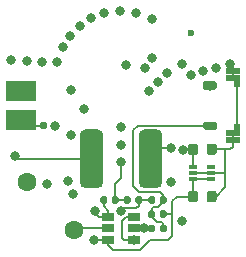
<source format=gbl>
%TF.GenerationSoftware,KiCad,Pcbnew,5.1.7-a382d34a8~87~ubuntu20.04.1*%
%TF.CreationDate,2020-10-26T14:53:32+05:00*%
%TF.ProjectId,OneRing,4f6e6552-696e-4672-9e6b-696361645f70,rev?*%
%TF.SameCoordinates,Original*%
%TF.FileFunction,Copper,L4,Bot*%
%TF.FilePolarity,Positive*%
%FSLAX46Y46*%
G04 Gerber Fmt 4.6, Leading zero omitted, Abs format (unit mm)*
G04 Created by KiCad (PCBNEW 5.1.7-a382d34a8~87~ubuntu20.04.1) date 2020-10-26 14:53:32*
%MOMM*%
%LPD*%
G01*
G04 APERTURE LIST*
%TA.AperFunction,ComponentPad*%
%ADD10C,1.600000*%
%TD*%
%TA.AperFunction,SMDPad,CuDef*%
%ADD11R,0.700000X0.300000*%
%TD*%
%TA.AperFunction,ComponentPad*%
%ADD12C,0.600000*%
%TD*%
%TA.AperFunction,SMDPad,CuDef*%
%ADD13R,2.500000X1.800000*%
%TD*%
%TA.AperFunction,SMDPad,CuDef*%
%ADD14R,1.300000X0.600000*%
%TD*%
%TA.AperFunction,SMDPad,CuDef*%
%ADD15R,0.600000X1.100000*%
%TD*%
%TA.AperFunction,SMDPad,CuDef*%
%ADD16R,1.060000X0.650000*%
%TD*%
%TA.AperFunction,ViaPad*%
%ADD17C,0.800000*%
%TD*%
%TA.AperFunction,Conductor*%
%ADD18C,0.200000*%
%TD*%
G04 APERTURE END LIST*
D10*
%TO.P,J2,1*%
%TO.N,VAA*%
X157000000Y-109000000D03*
%TD*%
%TO.P,J3,1*%
%TO.N,GND*%
X161000000Y-113000000D03*
%TD*%
D11*
%TO.P,U4,1*%
%TO.N,/V_BAT_PROT*%
X171100000Y-108700000D03*
%TO.P,U4,3*%
%TO.N,+3V3*%
X171100000Y-107700000D03*
%TO.P,U4,6*%
%TO.N,/V_BAT_PROT*%
X172600000Y-108700000D03*
%TO.P,U4,2*%
%TO.N,GND*%
X171100000Y-108200000D03*
%TO.P,U4,4*%
%TO.N,Net-(U4-Pad4)*%
X172600000Y-107700000D03*
%TO.P,U4,5*%
%TO.N,GND*%
X172600000Y-108200000D03*
%TD*%
D12*
%TO.P,AE1,2*%
%TO.N,GND*%
X170903180Y-96337342D03*
%TD*%
%TO.P,BT1,1*%
%TO.N,+BATT*%
%TA.AperFunction,SMDPad,CuDef*%
G36*
G01*
X161500000Y-109000000D02*
X161500000Y-105000000D01*
G75*
G02*
X162000000Y-104500000I500000J0D01*
G01*
X163000000Y-104500000D01*
G75*
G02*
X163500000Y-105000000I0J-500000D01*
G01*
X163500000Y-109000000D01*
G75*
G02*
X163000000Y-109500000I-500000J0D01*
G01*
X162000000Y-109500000D01*
G75*
G02*
X161500000Y-109000000I0J500000D01*
G01*
G37*
%TD.AperFunction*%
%TO.P,BT1,2*%
%TO.N,GND*%
%TA.AperFunction,SMDPad,CuDef*%
G36*
G01*
X166500000Y-109000000D02*
X166500000Y-105000000D01*
G75*
G02*
X167000000Y-104500000I500000J0D01*
G01*
X168000000Y-104500000D01*
G75*
G02*
X168500000Y-105000000I0J-500000D01*
G01*
X168500000Y-109000000D01*
G75*
G02*
X168000000Y-109500000I-500000J0D01*
G01*
X167000000Y-109500000D01*
G75*
G02*
X166500000Y-109000000I0J500000D01*
G01*
G37*
%TD.AperFunction*%
%TD*%
%TO.P,C13,2*%
%TO.N,GND*%
%TA.AperFunction,SMDPad,CuDef*%
G36*
G01*
X165825000Y-110327500D02*
X165825000Y-110672500D01*
G75*
G02*
X165677500Y-110820000I-147500J0D01*
G01*
X165382500Y-110820000D01*
G75*
G02*
X165235000Y-110672500I0J147500D01*
G01*
X165235000Y-110327500D01*
G75*
G02*
X165382500Y-110180000I147500J0D01*
G01*
X165677500Y-110180000D01*
G75*
G02*
X165825000Y-110327500I0J-147500D01*
G01*
G37*
%TD.AperFunction*%
%TO.P,C13,1*%
%TO.N,/NRF_BTN*%
%TA.AperFunction,SMDPad,CuDef*%
G36*
G01*
X166795000Y-110327500D02*
X166795000Y-110672500D01*
G75*
G02*
X166647500Y-110820000I-147500J0D01*
G01*
X166352500Y-110820000D01*
G75*
G02*
X166205000Y-110672500I0J147500D01*
G01*
X166205000Y-110327500D01*
G75*
G02*
X166352500Y-110180000I147500J0D01*
G01*
X166647500Y-110180000D01*
G75*
G02*
X166795000Y-110327500I0J-147500D01*
G01*
G37*
%TD.AperFunction*%
%TD*%
%TO.P,C14,2*%
%TO.N,/V_BAT_PROT*%
%TA.AperFunction,SMDPad,CuDef*%
G36*
G01*
X171537500Y-109943750D02*
X171537500Y-110456250D01*
G75*
G02*
X171318750Y-110675000I-218750J0D01*
G01*
X170881250Y-110675000D01*
G75*
G02*
X170662500Y-110456250I0J218750D01*
G01*
X170662500Y-109943750D01*
G75*
G02*
X170881250Y-109725000I218750J0D01*
G01*
X171318750Y-109725000D01*
G75*
G02*
X171537500Y-109943750I0J-218750D01*
G01*
G37*
%TD.AperFunction*%
%TO.P,C14,1*%
%TO.N,GND*%
%TA.AperFunction,SMDPad,CuDef*%
G36*
G01*
X173112500Y-109943750D02*
X173112500Y-110456250D01*
G75*
G02*
X172893750Y-110675000I-218750J0D01*
G01*
X172456250Y-110675000D01*
G75*
G02*
X172237500Y-110456250I0J218750D01*
G01*
X172237500Y-109943750D01*
G75*
G02*
X172456250Y-109725000I218750J0D01*
G01*
X172893750Y-109725000D01*
G75*
G02*
X173112500Y-109943750I0J-218750D01*
G01*
G37*
%TD.AperFunction*%
%TD*%
%TO.P,C15,1*%
%TO.N,GND*%
%TA.AperFunction,SMDPad,CuDef*%
G36*
G01*
X173112500Y-105943750D02*
X173112500Y-106456250D01*
G75*
G02*
X172893750Y-106675000I-218750J0D01*
G01*
X172456250Y-106675000D01*
G75*
G02*
X172237500Y-106456250I0J218750D01*
G01*
X172237500Y-105943750D01*
G75*
G02*
X172456250Y-105725000I218750J0D01*
G01*
X172893750Y-105725000D01*
G75*
G02*
X173112500Y-105943750I0J-218750D01*
G01*
G37*
%TD.AperFunction*%
%TO.P,C15,2*%
%TO.N,+3V3*%
%TA.AperFunction,SMDPad,CuDef*%
G36*
G01*
X171537500Y-105943750D02*
X171537500Y-106456250D01*
G75*
G02*
X171318750Y-106675000I-218750J0D01*
G01*
X170881250Y-106675000D01*
G75*
G02*
X170662500Y-106456250I0J218750D01*
G01*
X170662500Y-105943750D01*
G75*
G02*
X170881250Y-105725000I218750J0D01*
G01*
X171318750Y-105725000D01*
G75*
G02*
X171537500Y-105943750I0J-218750D01*
G01*
G37*
%TD.AperFunction*%
%TD*%
%TO.P,D1,2*%
%TO.N,/VDC_IN*%
%TA.AperFunction,SMDPad,CuDef*%
G36*
G01*
X158710000Y-104027500D02*
X158710000Y-104372500D01*
G75*
G02*
X158562500Y-104520000I-147500J0D01*
G01*
X158267500Y-104520000D01*
G75*
G02*
X158120000Y-104372500I0J147500D01*
G01*
X158120000Y-104027500D01*
G75*
G02*
X158267500Y-103880000I147500J0D01*
G01*
X158562500Y-103880000D01*
G75*
G02*
X158710000Y-104027500I0J-147500D01*
G01*
G37*
%TD.AperFunction*%
%TO.P,D1,1*%
%TO.N,VDC*%
%TA.AperFunction,SMDPad,CuDef*%
G36*
G01*
X159680000Y-104027500D02*
X159680000Y-104372500D01*
G75*
G02*
X159532500Y-104520000I-147500J0D01*
G01*
X159237500Y-104520000D01*
G75*
G02*
X159090000Y-104372500I0J147500D01*
G01*
X159090000Y-104027500D01*
G75*
G02*
X159237500Y-103880000I147500J0D01*
G01*
X159532500Y-103880000D01*
G75*
G02*
X159680000Y-104027500I0J-147500D01*
G01*
G37*
%TD.AperFunction*%
%TD*%
%TO.P,D2,1*%
%TO.N,/V_BAT_PROT*%
%TA.AperFunction,SMDPad,CuDef*%
G36*
G01*
X168865000Y-111527500D02*
X168865000Y-111872500D01*
G75*
G02*
X168717500Y-112020000I-147500J0D01*
G01*
X168422500Y-112020000D01*
G75*
G02*
X168275000Y-111872500I0J147500D01*
G01*
X168275000Y-111527500D01*
G75*
G02*
X168422500Y-111380000I147500J0D01*
G01*
X168717500Y-111380000D01*
G75*
G02*
X168865000Y-111527500I0J-147500D01*
G01*
G37*
%TD.AperFunction*%
%TO.P,D2,2*%
%TO.N,Net-(D2-Pad2)*%
%TA.AperFunction,SMDPad,CuDef*%
G36*
G01*
X167895000Y-111527500D02*
X167895000Y-111872500D01*
G75*
G02*
X167747500Y-112020000I-147500J0D01*
G01*
X167452500Y-112020000D01*
G75*
G02*
X167305000Y-111872500I0J147500D01*
G01*
X167305000Y-111527500D01*
G75*
G02*
X167452500Y-111380000I147500J0D01*
G01*
X167747500Y-111380000D01*
G75*
G02*
X167895000Y-111527500I0J-147500D01*
G01*
G37*
%TD.AperFunction*%
%TD*%
D13*
%TO.P,J1,1*%
%TO.N,/VDC_IN*%
X156500000Y-103750000D03*
%TO.P,J1,2*%
%TO.N,GND*%
X156500000Y-101250000D03*
%TD*%
%TO.P,R1,1*%
%TO.N,GND*%
%TA.AperFunction,SMDPad,CuDef*%
G36*
G01*
X164795000Y-110327500D02*
X164795000Y-110672500D01*
G75*
G02*
X164647500Y-110820000I-147500J0D01*
G01*
X164352500Y-110820000D01*
G75*
G02*
X164205000Y-110672500I0J147500D01*
G01*
X164205000Y-110327500D01*
G75*
G02*
X164352500Y-110180000I147500J0D01*
G01*
X164647500Y-110180000D01*
G75*
G02*
X164795000Y-110327500I0J-147500D01*
G01*
G37*
%TD.AperFunction*%
%TO.P,R1,2*%
%TO.N,/NRF_PWR*%
%TA.AperFunction,SMDPad,CuDef*%
G36*
G01*
X163825000Y-110327500D02*
X163825000Y-110672500D01*
G75*
G02*
X163677500Y-110820000I-147500J0D01*
G01*
X163382500Y-110820000D01*
G75*
G02*
X163235000Y-110672500I0J147500D01*
G01*
X163235000Y-110327500D01*
G75*
G02*
X163382500Y-110180000I147500J0D01*
G01*
X163677500Y-110180000D01*
G75*
G02*
X163825000Y-110327500I0J-147500D01*
G01*
G37*
%TD.AperFunction*%
%TD*%
%TO.P,R2,2*%
%TO.N,GND*%
%TA.AperFunction,SMDPad,CuDef*%
G36*
G01*
X167895000Y-112727500D02*
X167895000Y-113072500D01*
G75*
G02*
X167747500Y-113220000I-147500J0D01*
G01*
X167452500Y-113220000D01*
G75*
G02*
X167305000Y-113072500I0J147500D01*
G01*
X167305000Y-112727500D01*
G75*
G02*
X167452500Y-112580000I147500J0D01*
G01*
X167747500Y-112580000D01*
G75*
G02*
X167895000Y-112727500I0J-147500D01*
G01*
G37*
%TD.AperFunction*%
%TO.P,R2,1*%
%TO.N,Net-(D2-Pad2)*%
%TA.AperFunction,SMDPad,CuDef*%
G36*
G01*
X168865000Y-112727500D02*
X168865000Y-113072500D01*
G75*
G02*
X168717500Y-113220000I-147500J0D01*
G01*
X168422500Y-113220000D01*
G75*
G02*
X168275000Y-113072500I0J147500D01*
G01*
X168275000Y-112727500D01*
G75*
G02*
X168422500Y-112580000I147500J0D01*
G01*
X168717500Y-112580000D01*
G75*
G02*
X168865000Y-112727500I0J-147500D01*
G01*
G37*
%TD.AperFunction*%
%TD*%
%TO.P,R3,1*%
%TO.N,/NRF_BTN*%
%TA.AperFunction,SMDPad,CuDef*%
G36*
G01*
X167305000Y-110672500D02*
X167305000Y-110327500D01*
G75*
G02*
X167452500Y-110180000I147500J0D01*
G01*
X167747500Y-110180000D01*
G75*
G02*
X167895000Y-110327500I0J-147500D01*
G01*
X167895000Y-110672500D01*
G75*
G02*
X167747500Y-110820000I-147500J0D01*
G01*
X167452500Y-110820000D01*
G75*
G02*
X167305000Y-110672500I0J147500D01*
G01*
G37*
%TD.AperFunction*%
%TO.P,R3,2*%
%TO.N,Net-(D2-Pad2)*%
%TA.AperFunction,SMDPad,CuDef*%
G36*
G01*
X168275000Y-110672500D02*
X168275000Y-110327500D01*
G75*
G02*
X168422500Y-110180000I147500J0D01*
G01*
X168717500Y-110180000D01*
G75*
G02*
X168865000Y-110327500I0J-147500D01*
G01*
X168865000Y-110672500D01*
G75*
G02*
X168717500Y-110820000I-147500J0D01*
G01*
X168422500Y-110820000D01*
G75*
G02*
X168275000Y-110672500I0J147500D01*
G01*
G37*
%TD.AperFunction*%
%TD*%
%TO.P,SW1,1*%
%TO.N,VDD*%
%TA.AperFunction,SMDPad,CuDef*%
G36*
G01*
X172075000Y-100450000D02*
X172925000Y-100450000D01*
G75*
G02*
X173100000Y-100625000I0J-175000D01*
G01*
X173100000Y-100975000D01*
G75*
G02*
X172925000Y-101150000I-175000J0D01*
G01*
X172075000Y-101150000D01*
G75*
G02*
X171900000Y-100975000I0J175000D01*
G01*
X171900000Y-100625000D01*
G75*
G02*
X172075000Y-100450000I175000J0D01*
G01*
G37*
%TD.AperFunction*%
%TO.P,SW1,2*%
%TO.N,Net-(D2-Pad2)*%
%TA.AperFunction,SMDPad,CuDef*%
G36*
G01*
X172125000Y-103850000D02*
X172975000Y-103850000D01*
G75*
G02*
X173150000Y-104025000I0J-175000D01*
G01*
X173150000Y-104375000D01*
G75*
G02*
X172975000Y-104550000I-175000J0D01*
G01*
X172125000Y-104550000D01*
G75*
G02*
X171950000Y-104375000I0J175000D01*
G01*
X171950000Y-104025000D01*
G75*
G02*
X172125000Y-103850000I175000J0D01*
G01*
G37*
%TD.AperFunction*%
D14*
%TO.P,SW1,3*%
%TO.N,GND*%
X174450000Y-100150000D03*
D15*
X174800000Y-100400000D03*
D14*
%TO.P,SW1,4*%
X174450000Y-104850000D03*
D15*
X174800000Y-104600000D03*
D14*
%TO.P,SW1,3*%
X174450000Y-99550000D03*
%TO.P,SW1,4*%
X174450000Y-105450000D03*
%TD*%
D16*
%TO.P,U3,1*%
%TO.N,/V_BAT_PROT*%
X163900000Y-113850000D03*
%TO.P,U3,2*%
%TO.N,GND*%
X163900000Y-112900000D03*
%TO.P,U3,3*%
%TO.N,/NRF_PWR*%
X163900000Y-111950000D03*
%TO.P,U3,4*%
%TO.N,VDD*%
X166100000Y-111950000D03*
%TO.P,U3,6*%
X166100000Y-113850000D03*
%TO.P,U3,5*%
%TO.N,GND*%
X166100000Y-112900000D03*
%TD*%
D17*
%TO.N,+3V3*%
X169200000Y-109000000D03*
X161900000Y-102800000D03*
X160500000Y-108900000D03*
X170250000Y-106250000D03*
%TO.N,VDD*%
X172500000Y-100800000D03*
X166100000Y-113850000D03*
X160800000Y-101200000D03*
%TO.N,/NRF_BTN*%
X165000000Y-111400000D03*
%TO.N,VDC*%
X159385000Y-104200000D03*
%TO.N,/V_BAT_PROT*%
X162750000Y-113850000D03*
%TO.N,+BATT*%
X156000000Y-106800000D03*
%TO.N,/NRF_PWR*%
X162800000Y-111400000D03*
%TO.N,GND*%
X170200000Y-112300000D03*
X167000000Y-99300000D03*
X168900000Y-99750000D03*
X168150000Y-100500000D03*
X167400000Y-101250000D03*
X170200000Y-99000000D03*
X170900000Y-99900000D03*
X171900000Y-99600000D03*
X173000000Y-99300000D03*
X174200000Y-99000000D03*
X159600000Y-98800000D03*
X158300000Y-98800000D03*
X157000000Y-98700000D03*
X155700000Y-98600000D03*
X160100000Y-97500000D03*
X160700000Y-96600000D03*
X161500000Y-95800000D03*
X162500000Y-95100000D03*
X163600000Y-94700000D03*
X164900000Y-94500000D03*
X166300000Y-94700000D03*
X167600000Y-95200000D03*
X160900000Y-110000000D03*
X165000000Y-105800000D03*
X165000000Y-104300000D03*
X165000000Y-107300000D03*
X160800000Y-104950000D03*
X165450000Y-99100000D03*
X167600000Y-98500000D03*
X169200000Y-106100000D03*
X158700000Y-109100000D03*
X166920000Y-112880000D03*
X156500000Y-101250000D03*
%TD*%
D18*
%TO.N,+3V3*%
X171100000Y-107700000D02*
X171100000Y-106200000D01*
X170300000Y-106200000D02*
X170250000Y-106250000D01*
X171100000Y-106200000D02*
X170300000Y-106200000D01*
%TO.N,VDD*%
X166100000Y-111950000D02*
X165450000Y-111950000D01*
X165450000Y-111950000D02*
X165100000Y-112300000D01*
X165100000Y-112300000D02*
X165100000Y-113700000D01*
X165250000Y-113850000D02*
X166100000Y-113850000D01*
X165100000Y-113700000D02*
X165250000Y-113850000D01*
%TO.N,/NRF_BTN*%
X166500000Y-110500000D02*
X167600000Y-110500000D01*
X165000000Y-111400000D02*
X165200000Y-111200000D01*
X165200000Y-111200000D02*
X166300000Y-111200000D01*
X166500000Y-111000000D02*
X166500000Y-110500000D01*
X166300000Y-111200000D02*
X166500000Y-111000000D01*
%TO.N,Net-(D2-Pad2)*%
X167600000Y-111700000D02*
X167600000Y-111220010D01*
X167600000Y-111220010D02*
X167700010Y-111120000D01*
X167700010Y-111120000D02*
X168140000Y-111120000D01*
X168570000Y-110690000D02*
X168570000Y-110500000D01*
X168140000Y-111120000D02*
X168570000Y-110690000D01*
X167600000Y-111700000D02*
X167600000Y-111900000D01*
X168570000Y-112900000D02*
X168570000Y-112480000D01*
X168410000Y-112320000D02*
X168020000Y-112320000D01*
X168570000Y-112480000D02*
X168410000Y-112320000D01*
X167600000Y-111900000D02*
X168020000Y-112320000D01*
X168570000Y-110500000D02*
X168570000Y-110070000D01*
X168570000Y-110070000D02*
X168300000Y-109800000D01*
X168300000Y-109800000D02*
X166500000Y-109800000D01*
X166500000Y-109800000D02*
X166000000Y-109300000D01*
X166000000Y-109300000D02*
X166000000Y-104600000D01*
X166400000Y-104200000D02*
X172550000Y-104200000D01*
X166000000Y-104600000D02*
X166400000Y-104200000D01*
%TO.N,/V_BAT_PROT*%
X163900000Y-113850000D02*
X163900000Y-114300000D01*
X163900000Y-114300000D02*
X164300000Y-114700000D01*
X168950000Y-113870000D02*
X167470000Y-113870000D01*
X166640000Y-114700000D02*
X164300000Y-114700000D01*
X167470000Y-113870000D02*
X166640000Y-114700000D01*
X162750000Y-113850000D02*
X163900000Y-113850000D01*
X172600000Y-108700000D02*
X171100000Y-108700000D01*
X171100000Y-108700000D02*
X171100000Y-110200000D01*
X171100000Y-110200000D02*
X169800000Y-110200000D01*
X169310000Y-113510000D02*
X168950000Y-113870000D01*
X169720000Y-110200000D02*
X171100000Y-110200000D01*
X169310000Y-110610000D02*
X169720000Y-110200000D01*
X169300000Y-111700000D02*
X169310000Y-111710000D01*
X168570000Y-111700000D02*
X169300000Y-111700000D01*
X169310000Y-111710000D02*
X169310000Y-110610000D01*
X169310000Y-113510000D02*
X169310000Y-111710000D01*
%TO.N,+BATT*%
X156200000Y-107000000D02*
X156000000Y-106800000D01*
X162500000Y-107000000D02*
X156200000Y-107000000D01*
%TO.N,/NRF_PWR*%
X163530000Y-110500000D02*
X163530000Y-111030000D01*
X163900000Y-111400000D02*
X163900000Y-111950000D01*
X163530000Y-111030000D02*
X163900000Y-111400000D01*
X162800000Y-111400000D02*
X162800000Y-111600000D01*
X163150000Y-111950000D02*
X163900000Y-111950000D01*
X162800000Y-111600000D02*
X163150000Y-111950000D01*
%TO.N,GND*%
X174700000Y-100400000D02*
X174450000Y-100150000D01*
X174800000Y-100400000D02*
X174700000Y-100400000D01*
X174450000Y-100150000D02*
X174450000Y-99550000D01*
X174450000Y-99250000D02*
X174200000Y-99000000D01*
X174450000Y-99550000D02*
X174450000Y-99250000D01*
X174450000Y-104850000D02*
X174450000Y-105450000D01*
X174700000Y-104600000D02*
X174450000Y-104850000D01*
X174800000Y-104600000D02*
X174700000Y-104600000D01*
X174800000Y-104600000D02*
X174800000Y-100400000D01*
X164500000Y-110500000D02*
X165530000Y-110500000D01*
X164500000Y-110500000D02*
X164500000Y-109100000D01*
X165000000Y-108600000D02*
X165000000Y-107300000D01*
X164500000Y-109100000D02*
X165000000Y-108600000D01*
X166900000Y-112900000D02*
X166920000Y-112880000D01*
X166100000Y-112900000D02*
X166900000Y-112900000D01*
X166900000Y-112900000D02*
X167600000Y-112900000D01*
X161100000Y-112900000D02*
X161000000Y-113000000D01*
X163900000Y-112900000D02*
X161100000Y-112900000D01*
X174450000Y-106000000D02*
X174450000Y-105450000D01*
X174250000Y-106200000D02*
X174450000Y-106000000D01*
X172675000Y-110200000D02*
X173000000Y-110200000D01*
X173000000Y-110200000D02*
X173800000Y-109400000D01*
X173800000Y-106200000D02*
X174250000Y-106200000D01*
X172675000Y-106200000D02*
X173800000Y-106200000D01*
X171100000Y-108200000D02*
X172600000Y-108200000D01*
X172600000Y-108200000D02*
X173800000Y-108200000D01*
X173800000Y-108200000D02*
X173800000Y-106200000D01*
X173800000Y-109400000D02*
X173800000Y-108200000D01*
X168400000Y-106100000D02*
X167500000Y-107000000D01*
X169200000Y-106100000D02*
X168400000Y-106100000D01*
%TO.N,/VDC_IN*%
X156950000Y-104200000D02*
X156500000Y-103750000D01*
X158415000Y-104200000D02*
X156950000Y-104200000D01*
%TD*%
M02*

</source>
